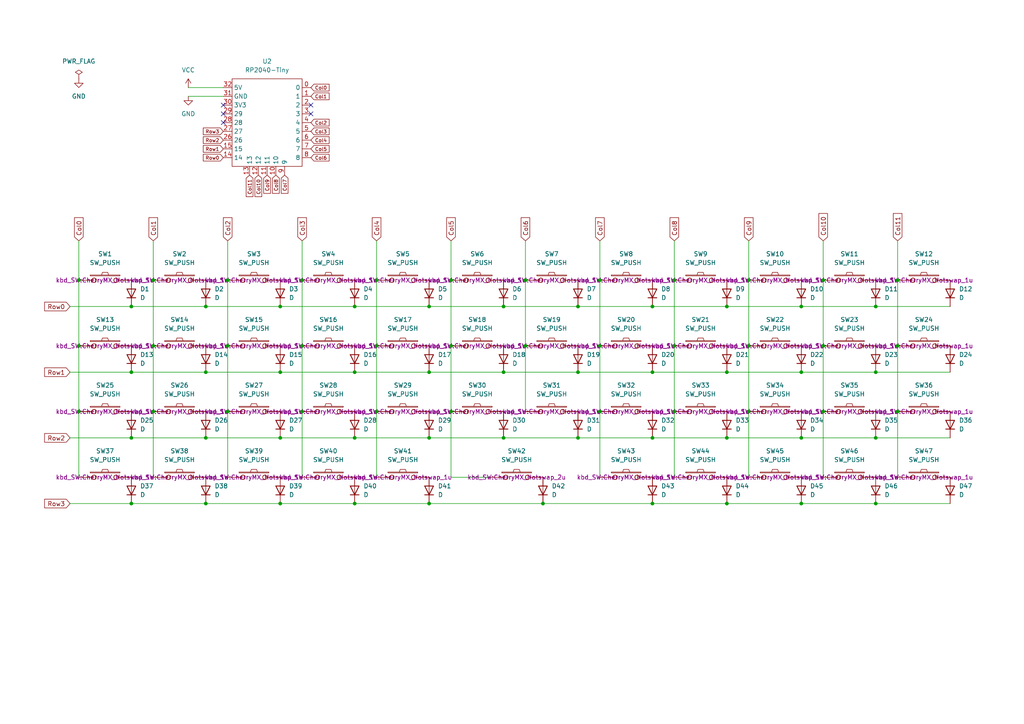
<source format=kicad_sch>
(kicad_sch (version 20250114) (generator "eeschema") (generator_version "9.0")
  (paper "A4")
  (lib_symbols
    (symbol "Device:D" (pin_numbers (hide yes)) (pin_names (offset 1.016) (hide yes))
      (property "Reference" "D" (at 0 2.54 0))
      (property "Value" "D" (at 0 -2.54 0))
      (symbol "D_0_1"
        (polyline (pts (xy -1.27 1.27) (xy -1.27 -1.27)) (stroke (width 0.254)))
        (polyline (pts (xy 1.27 1.27) (xy 1.27 -1.27) (xy -1.27 0) (xy 1.27 1.27)) (stroke (width 0.254)))
        (polyline (pts (xy 1.27 0) (xy -1.27 0)))
      )
      (symbol "D_1_1"
        (pin passive line (at -3.81 0 0) (length 2.54) (name "K") (number "1"))
        (pin passive line (at 3.81 0 180) (length 2.54) (name "A") (number "2"))
      )
    )
    (symbol "isw-mcu:RP2040-Zero"
      (property "Reference" "U" (at 0 17.78 0))
      (property "Value" "RP2040-Zero" (at 0 15.24 0))
      (symbol "RP2040-Zero_0_1"
        (rectangle (start -10.16 12.7) (end 10.16 -12.7))
      )
      (symbol "RP2040-Zero_1_1"
        (pin power_out line (at -12.7 10.16 0) (length 2.54) (name "5V") (number "32"))
        (pin power_in line (at -12.7 7.62 0) (length 2.54) (name "GND") (number "31"))
        (pin power_out line (at -12.7 5.08 0) (length 2.54) (name "3V3") (number "30"))
        (pin bidirectional line (at -12.7 2.54 0) (length 2.54) (name "29") (number "29"))
        (pin bidirectional line (at -12.7 0 0) (length 2.54) (name "28") (number "28"))
        (pin bidirectional line (at -12.7 -2.54 0) (length 2.54) (name "27") (number "27"))
        (pin bidirectional line (at -12.7 -5.08 0) (length 2.54) (name "26") (number "26"))
        (pin bidirectional line (at -12.7 -7.62 0) (length 2.54) (name "15") (number "15"))
        (pin bidirectional line (at -12.7 -10.16 0) (length 2.54) (name "14") (number "14"))
        (pin bidirectional line (at -5.08 -15.24 90) (length 2.54) (name "13") (number "13"))
        (pin bidirectional line (at -2.54 -15.24 90) (length 2.54) (name "12") (number "12"))
        (pin bidirectional line (at 0 -15.24 90) (length 2.54) (name "11") (number "11"))
        (pin bidirectional line (at 2.54 -15.24 90) (length 2.54) (name "10") (number "10"))
        (pin bidirectional line (at 5.08 -15.24 90) (length 2.54) (name "9") (number "9"))
        (pin tri_state line (at 12.7 10.16 180) (length 2.54) (name "0") (number "0"))
        (pin bidirectional line (at 12.7 7.62 180) (length 2.54) (name "1") (number "1"))
        (pin bidirectional line (at 12.7 5.08 180) (length 2.54) (name "2") (number "2"))
        (pin bidirectional line (at 12.7 2.54 180) (length 2.54) (name "3") (number "3"))
        (pin bidirectional line (at 12.7 0 180) (length 2.54) (name "4") (number "4"))
        (pin bidirectional line (at 12.7 -2.54 180) (length 2.54) (name "5") (number "5"))
        (pin bidirectional line (at 12.7 -5.08 180) (length 2.54) (name "6") (number "6"))
        (pin bidirectional line (at 12.7 -7.62 180) (length 2.54) (name "7") (number "7"))
        (pin bidirectional line (at 12.7 -10.16 180) (length 2.54) (name "8") (number "8"))
      )
    )
    (symbol "kbd:SW_PUSH" (pin_numbers (hide yes)) (pin_names (offset 1.016) (hide yes))
      (property "Reference" "SW" (at 3.81 2.794 0))
      (property "Value" "SW_PUSH" (at 0 -2.032 0))
      (symbol "SW_PUSH_0_1"
        (rectangle (start -4.318 1.27) (end 4.318 1.524))
        (polyline (pts (xy -1.016 1.524) (xy -0.762 2.286) (xy 0.762 2.286) (xy 1.016 1.524)))
        (pin passive inverted (at -7.62 0 0) (length 5.08) (name "1") (number "1"))
        (pin passive inverted (at 7.62 0 180) (length 5.08) (name "2") (number "2"))
      )
    )
    (symbol "power:GND" (power) (pin_numbers (hide yes)) (pin_names (offset 0) (hide yes))
      (property "Value" "GND" (at 0 -3.81 0))
      (symbol "GND_0_1"
        (polyline (pts (xy 0 0) (xy 0 -1.27) (xy 1.27 -1.27) (xy 0 -2.54) (xy -1.27 -1.27) (xy 0 -1.27)))
      )
      (symbol "GND_1_1"
        (pin power_in line (at 0 0 270) (length 0) (name "~") (number "1"))
      )
    )
    (symbol "power:PWR_FLAG" (power) (pin_numbers (hide yes)) (pin_names (offset 0) (hide yes))
      (property "Value" "PWR_FLAG" (at 0 3.81 0))
      (symbol "PWR_FLAG_0_0"
        (pin power_out line (at 0 0 90) (length 0) (name "~") (number "1"))
      )
      (symbol "PWR_FLAG_0_1"
        (polyline (pts (xy 0 0) (xy 0 1.27) (xy -1.016 1.905) (xy 0 2.54) (xy 1.016 1.905) (xy 0 1.27)))
      )
    )
    (symbol "power:VCC" (power) (pin_numbers (hide yes)) (pin_names (offset 0) (hide yes))
      (property "Value" "VCC" (at 0 3.556 0))
      (symbol "VCC_0_1"
        (polyline (pts (xy -0.762 1.27) (xy 0 2.54)))
        (polyline (pts (xy 0 2.54) (xy 0.762 1.27)))
        (polyline (pts (xy 0 0) (xy 0 2.54)))
      )
      (symbol "VCC_1_1"
        (pin power_in line (at 0 0 90) (length 0) (name "~") (number "1"))
      )
    )
  )
  (junction (at 210.82 146.05))
  (junction (at 152.4 100.33))
  (junction (at 87.63 81.28))
  (junction (at 102.87 107.95))
  (junction (at 130.81 81.28))
  (junction (at 195.58 100.33))
  (junction (at 157.48 146.05))
  (junction (at 44.45 100.33))
  (junction (at 59.69 146.05))
  (junction (at 146.05 107.95))
  (junction (at 238.76 81.28))
  (junction (at 238.76 100.33))
  (junction (at 232.41 107.95))
  (junction (at 124.46 107.95))
  (junction (at 22.86 81.28))
  (junction (at 81.28 88.9))
  (junction (at 124.46 146.05))
  (junction (at 189.23 88.9))
  (junction (at 124.46 127))
  (junction (at 102.87 88.9))
  (junction (at 167.64 88.9))
  (junction (at 238.76 119.38))
  (junction (at 130.81 119.38))
  (junction (at 81.28 127))
  (junction (at 59.69 127))
  (junction (at 217.17 81.28))
  (junction (at 44.45 119.38))
  (junction (at 217.17 100.33))
  (junction (at 232.41 127))
  (junction (at 146.05 127))
  (junction (at 254 127))
  (junction (at 22.86 100.33))
  (junction (at 210.82 127))
  (junction (at 195.58 81.28))
  (junction (at 232.41 88.9))
  (junction (at 38.1 107.95))
  (junction (at 81.28 107.95))
  (junction (at 173.99 81.28))
  (junction (at 38.1 127))
  (junction (at 254 88.9))
  (junction (at 66.04 81.28))
  (junction (at 173.99 100.33))
  (junction (at 87.63 119.38))
  (junction (at 189.23 127))
  (junction (at 146.05 88.9))
  (junction (at 102.87 146.05))
  (junction (at 87.63 100.33))
  (junction (at 38.1 146.05))
  (junction (at 109.22 119.38))
  (junction (at 66.04 119.38))
  (junction (at 189.23 146.05))
  (junction (at 66.04 100.33))
  (junction (at 210.82 88.9))
  (junction (at 59.69 88.9))
  (junction (at 81.28 146.05))
  (junction (at 167.64 127))
  (junction (at 109.22 100.33))
  (junction (at 217.17 119.38))
  (junction (at 254 107.95))
  (junction (at 167.64 107.95))
  (junction (at 152.4 81.28))
  (junction (at 254 146.05))
  (junction (at 260.35 119.38))
  (junction (at 102.87 127))
  (junction (at 130.81 100.33))
  (junction (at 173.99 119.38))
  (junction (at 109.22 81.28))
  (junction (at 210.82 107.95))
  (junction (at 22.86 119.38))
  (junction (at 260.35 100.33))
  (junction (at 232.41 146.05))
  (junction (at 124.46 88.9))
  (junction (at 195.58 119.38))
  (junction (at 38.1 88.9))
  (junction (at 59.69 107.95))
  (junction (at 44.45 81.28))
  (junction (at 260.35 81.28))
  (junction (at 189.23 107.95))
  (no_connect (at 64.77 30.48))
  (no_connect (at 64.77 35.56))
  (no_connect (at 90.17 33.02))
  (no_connect (at 64.77 33.02))
  (no_connect (at 90.17 30.48))
  (wire (pts (xy 238.76 81.28) (xy 238.76 100.33)))
  (wire (pts (xy 146.05 127) (xy 167.64 127)))
  (wire (pts (xy 189.23 107.95) (xy 210.82 107.95)))
  (wire (pts (xy 20.32 127) (xy 38.1 127)))
  (wire (pts (xy 66.04 100.33) (xy 66.04 119.38)))
  (wire (pts (xy 238.76 100.33) (xy 238.76 119.38)))
  (wire (pts (xy 102.87 88.9) (xy 124.46 88.9)))
  (wire (pts (xy 59.69 127) (xy 81.28 127)))
  (wire (pts (xy 238.76 69.85) (xy 238.76 81.28)))
  (wire (pts (xy 152.4 69.85) (xy 152.4 81.28)))
  (wire (pts (xy 38.1 88.9) (xy 59.69 88.9)))
  (wire (pts (xy 210.82 146.05) (xy 232.41 146.05)))
  (wire (pts (xy 146.05 107.95) (xy 167.64 107.95)))
  (wire (pts (xy 22.86 119.38) (xy 22.86 138.43)))
  (wire (pts (xy 87.63 69.85) (xy 87.63 81.28)))
  (wire (pts (xy 189.23 88.9) (xy 210.82 88.9)))
  (wire (pts (xy 102.87 107.95) (xy 124.46 107.95)))
  (wire (pts (xy 238.76 119.38) (xy 238.76 138.43)))
  (wire (pts (xy 146.05 88.9) (xy 167.64 88.9)))
  (wire (pts (xy 109.22 119.38) (xy 109.22 138.43)))
  (wire (pts (xy 38.1 107.95) (xy 59.69 107.95)))
  (wire (pts (xy 38.1 127) (xy 59.69 127)))
  (wire (pts (xy 109.22 81.28) (xy 109.22 100.33)))
  (wire (pts (xy 254 88.9) (xy 275.59 88.9)))
  (wire (pts (xy 44.45 100.33) (xy 44.45 119.38)))
  (wire (pts (xy 59.69 146.05) (xy 81.28 146.05)))
  (wire (pts (xy 38.1 146.05) (xy 59.69 146.05)))
  (wire (pts (xy 217.17 119.38) (xy 217.17 138.43)))
  (wire (pts (xy 87.63 119.38) (xy 87.63 138.43)))
  (wire (pts (xy 173.99 100.33) (xy 173.99 119.38)))
  (wire (pts (xy 130.81 81.28) (xy 130.81 100.33)))
  (wire (pts (xy 189.23 127) (xy 210.82 127)))
  (wire (pts (xy 232.41 107.95) (xy 254 107.95)))
  (wire (pts (xy 54.61 25.4) (xy 64.77 25.4)))
  (wire (pts (xy 232.41 146.05) (xy 254 146.05)))
  (wire (pts (xy 152.4 100.33) (xy 152.4 119.38)))
  (wire (pts (xy 66.04 69.85) (xy 66.04 81.28)))
  (wire (pts (xy 44.45 81.28) (xy 44.45 100.33)))
  (wire (pts (xy 254 107.95) (xy 275.59 107.95)))
  (wire (pts (xy 167.64 88.9) (xy 189.23 88.9)))
  (wire (pts (xy 232.41 127) (xy 254 127)))
  (wire (pts (xy 210.82 88.9) (xy 232.41 88.9)))
  (wire (pts (xy 254 146.05) (xy 275.59 146.05)))
  (wire (pts (xy 232.41 88.9) (xy 254 88.9)))
  (wire (pts (xy 124.46 107.95) (xy 146.05 107.95)))
  (wire (pts (xy 54.61 27.94) (xy 64.77 27.94)))
  (wire (pts (xy 81.28 146.05) (xy 102.87 146.05)))
  (wire (pts (xy 102.87 146.05) (xy 124.46 146.05)))
  (wire (pts (xy 167.64 127) (xy 189.23 127)))
  (wire (pts (xy 22.86 69.85) (xy 22.86 81.28)))
  (wire (pts (xy 20.32 88.9) (xy 38.1 88.9)))
  (wire (pts (xy 109.22 69.85) (xy 109.22 81.28)))
  (wire (pts (xy 173.99 81.28) (xy 173.99 100.33)))
  (wire (pts (xy 130.81 119.38) (xy 130.81 138.43)))
  (wire (pts (xy 59.69 107.95) (xy 81.28 107.95)))
  (wire (pts (xy 44.45 119.38) (xy 44.45 138.43)))
  (wire (pts (xy 195.58 119.38) (xy 195.58 138.43)))
  (wire (pts (xy 157.48 146.05) (xy 189.23 146.05)))
  (wire (pts (xy 20.32 146.05) (xy 38.1 146.05)))
  (wire (pts (xy 130.81 69.85) (xy 130.81 81.28)))
  (wire (pts (xy 44.45 69.85) (xy 44.45 81.28)))
  (wire (pts (xy 217.17 81.28) (xy 217.17 100.33)))
  (wire (pts (xy 189.23 146.05) (xy 210.82 146.05)))
  (wire (pts (xy 173.99 119.38) (xy 173.99 138.43)))
  (wire (pts (xy 217.17 69.85) (xy 217.17 81.28)))
  (wire (pts (xy 130.81 138.43) (xy 142.24 138.43)))
  (wire (pts (xy 66.04 81.28) (xy 66.04 100.33)))
  (wire (pts (xy 124.46 127) (xy 146.05 127)))
  (wire (pts (xy 210.82 107.95) (xy 232.41 107.95)))
  (wire (pts (xy 59.69 88.9) (xy 81.28 88.9)))
  (wire (pts (xy 87.63 81.28) (xy 87.63 100.33)))
  (wire (pts (xy 124.46 146.05) (xy 157.48 146.05)))
  (wire (pts (xy 22.86 81.28) (xy 22.86 100.33)))
  (wire (pts (xy 217.17 100.33) (xy 217.17 119.38)))
  (wire (pts (xy 260.35 100.33) (xy 260.35 119.38)))
  (wire (pts (xy 195.58 81.28) (xy 195.58 100.33)))
  (wire (pts (xy 81.28 127) (xy 102.87 127)))
  (wire (pts (xy 81.28 107.95) (xy 102.87 107.95)))
  (wire (pts (xy 260.35 81.28) (xy 260.35 100.33)))
  (wire (pts (xy 167.64 107.95) (xy 189.23 107.95)))
  (wire (pts (xy 173.99 69.85) (xy 173.99 81.28)))
  (wire (pts (xy 87.63 100.33) (xy 87.63 119.38)))
  (wire (pts (xy 22.86 100.33) (xy 22.86 119.38)))
  (wire (pts (xy 130.81 100.33) (xy 130.81 119.38)))
  (wire (pts (xy 210.82 127) (xy 232.41 127)))
  (wire (pts (xy 195.58 100.33) (xy 195.58 119.38)))
  (wire (pts (xy 260.35 69.85) (xy 260.35 81.28)))
  (wire (pts (xy 102.87 127) (xy 124.46 127)))
  (wire (pts (xy 254 127) (xy 275.59 127)))
  (wire (pts (xy 152.4 81.28) (xy 152.4 100.33)))
  (wire (pts (xy 195.58 69.85) (xy 195.58 81.28)))
  (wire (pts (xy 124.46 88.9) (xy 146.05 88.9)))
  (wire (pts (xy 20.32 107.95) (xy 38.1 107.95)))
  (wire (pts (xy 66.04 119.38) (xy 66.04 138.43)))
  (wire (pts (xy 109.22 100.33) (xy 109.22 119.38)))
  (wire (pts (xy 81.28 88.9) (xy 102.87 88.9)))
  (wire (pts (xy 260.35 119.38) (xy 260.35 138.43)))
  (global_label "Col11" (shape input) (at 72.39 50.8 270) (effects (font (size 1 1))) (property "Intersheetrefs" "${INTERSHEET_REFS}" (effects (hide yes))))
  (global_label "Row3" (shape input) (at 20.32 146.05 180) (property "Intersheetrefs" "${INTERSHEET_REFS}" (effects (hide yes))))
  (global_label "Col6" (shape input) (at 152.4 69.85 90) (property "Intersheetrefs" "${INTERSHEET_REFS}" (effects (hide yes))))
  (global_label "Col0" (shape input) (at 22.86 69.85 90) (property "Intersheetrefs" "${INTERSHEET_REFS}" (effects (hide yes))))
  (global_label "Col5" (shape input) (at 130.81 69.85 90) (property "Intersheetrefs" "${INTERSHEET_REFS}" (effects (hide yes))))
  (global_label "Col3" (shape input) (at 87.63 69.85 90) (property "Intersheetrefs" "${INTERSHEET_REFS}" (effects (hide yes))))
  (global_label "Col4" (shape input) (at 109.22 69.85 90) (property "Intersheetrefs" "${INTERSHEET_REFS}" (effects (hide yes))))
  (global_label "Col10" (shape input) (at 238.76 69.85 90) (property "Intersheetrefs" "${INTERSHEET_REFS}" (effects (hide yes))))
  (global_label "Col11" (shape input) (at 260.35 69.85 90) (property "Intersheetrefs" "${INTERSHEET_REFS}" (effects (hide yes))))
  (global_label "Col6" (shape input) (at 90.17 45.72 0) (effects (font (size 1 1))) (property "Intersheetrefs" "${INTERSHEET_REFS}" (effects (hide yes))))
  (global_label "Row1" (shape input) (at 64.77 43.18 180) (effects (font (size 1 1))) (property "Intersheetrefs" "${INTERSHEET_REFS}" (effects (hide yes))))
  (global_label "Col9" (shape input) (at 217.17 69.85 90) (property "Intersheetrefs" "${INTERSHEET_REFS}" (effects (hide yes))))
  (global_label "Col4" (shape input) (at 90.17 40.64 0) (effects (font (size 1 1))) (property "Intersheetrefs" "${INTERSHEET_REFS}" (effects (hide yes))))
  (global_label "Col0" (shape input) (at 90.17 25.4 0) (effects (font (size 1 1))) (property "Intersheetrefs" "${INTERSHEET_REFS}" (effects (hide yes))))
  (global_label "Col8" (shape input) (at 80.01 50.8 270) (effects (font (size 1 1))) (property "Intersheetrefs" "${INTERSHEET_REFS}" (effects (hide yes))))
  (global_label "Col2" (shape input) (at 90.17 35.56 0) (effects (font (size 1 1))) (property "Intersheetrefs" "${INTERSHEET_REFS}" (effects (hide yes))))
  (global_label "Col1" (shape input) (at 44.45 69.85 90) (property "Intersheetrefs" "${INTERSHEET_REFS}" (effects (hide yes))))
  (global_label "Col8" (shape input) (at 195.58 69.85 90) (property "Intersheetrefs" "${INTERSHEET_REFS}" (effects (hide yes))))
  (global_label "Col2" (shape input) (at 66.04 69.85 90) (property "Intersheetrefs" "${INTERSHEET_REFS}" (effects (hide yes))))
  (global_label "Col10" (shape input) (at 74.93 50.8 270) (effects (font (size 1 1))) (property "Intersheetrefs" "${INTERSHEET_REFS}" (effects (hide yes))))
  (global_label "Col7" (shape input) (at 82.55 50.8 270) (effects (font (size 1 1))) (property "Intersheetrefs" "${INTERSHEET_REFS}" (effects (hide yes))))
  (global_label "Row0" (shape input) (at 20.32 88.9 180) (property "Intersheetrefs" "${INTERSHEET_REFS}" (effects (hide yes))))
  (global_label "Row3" (shape input) (at 64.77 38.1 180) (effects (font (size 1 1))) (property "Intersheetrefs" "${INTERSHEET_REFS}" (effects (hide yes))))
  (global_label "Row0" (shape input) (at 64.77 45.72 180) (effects (font (size 1 1))) (property "Intersheetrefs" "${INTERSHEET_REFS}" (effects (hide yes))))
  (global_label "Row2" (shape input) (at 64.77 40.64 180) (effects (font (size 1 1))) (property "Intersheetrefs" "${INTERSHEET_REFS}" (effects (hide yes))))
  (global_label "Col3" (shape input) (at 90.17 38.1 0) (effects (font (size 1 1))) (property "Intersheetrefs" "${INTERSHEET_REFS}" (effects (hide yes))))
  (global_label "Col5" (shape input) (at 90.17 43.18 0) (effects (font (size 1 1))) (property "Intersheetrefs" "${INTERSHEET_REFS}" (effects (hide yes))))
  (global_label "Row2" (shape input) (at 20.32 127 180) (property "Intersheetrefs" "${INTERSHEET_REFS}" (effects (hide yes))))
  (global_label "Col7" (shape input) (at 173.99 69.85 90) (property "Intersheetrefs" "${INTERSHEET_REFS}" (effects (hide yes))))
  (global_label "Col1" (shape input) (at 90.17 27.94 0) (effects (font (size 1 1))) (property "Intersheetrefs" "${INTERSHEET_REFS}" (effects (hide yes))))
  (global_label "Col9" (shape input) (at 77.47 50.8 270) (effects (font (size 1 1))) (property "Intersheetrefs" "${INTERSHEET_REFS}" (effects (hide yes))))
  (global_label "Row1" (shape input) (at 20.32 107.95 180) (property "Intersheetrefs" "${INTERSHEET_REFS}" (effects (hide yes))))
  (symbol (lib_id "kbd:SW_PUSH") (at 267.97 138.43 0) (unit 1)
    (property "Reference" "SW47" (at 267.97 130.81 0))
    (property "Value" "SW_PUSH" (at 267.97 133.35 0))
    (property "Footprint" "kbd_SW:CherryMX_Hotswap_1u" (at 267.97 138.43 0))
  )
  (symbol (lib_id "kbd:SW_PUSH") (at 73.66 119.38 0) (unit 1)
    (property "Reference" "SW27" (at 73.66 111.76 0))
    (property "Value" "SW_PUSH" (at 73.66 114.3 0))
    (property "Footprint" "kbd_SW:CherryMX_Hotswap_1u" (at 73.66 119.38 0))
  )
  (symbol (lib_id "Device:D") (at 210.82 123.19 90) (unit 1)
    (property "Reference" "D33" (at 213.36 121.9199 90) (effects (justify right)))
    (property "Value" "D" (at 213.36 124.4599 90) (effects (justify right)))
    (property "Footprint" "kbd_Parts:Diode_TH_SMD" (effects (hide yes)))
    (property "Description" "Diode" (effects (hide yes)))
    (property "Sim.Device" "D" (effects (hide yes)))
    (property "Sim.Pins" "1=K 2=A" (effects (hide yes)))
  )
  (symbol (lib_id "Device:D") (at 189.23 123.19 90) (unit 1)
    (property "Reference" "D32" (at 191.77 121.9199 90) (effects (justify right)))
    (property "Value" "D" (at 191.77 124.4599 90) (effects (justify right)))
    (property "Footprint" "kbd_Parts:Diode_TH_SMD" (effects (hide yes)))
    (property "Description" "Diode" (effects (hide yes)))
    (property "Sim.Device" "D" (effects (hide yes)))
    (property "Sim.Pins" "1=K 2=A" (effects (hide yes)))
  )
  (symbol (lib_id "kbd:SW_PUSH") (at 224.79 81.28 0) (unit 1)
    (property "Reference" "SW10" (at 224.79 73.66 0))
    (property "Value" "SW_PUSH" (at 224.79 76.2 0))
    (property "Footprint" "kbd_SW:CherryMX_Hotswap_1u" (at 224.79 81.28 0))
  )
  (symbol (lib_id "Device:D") (at 102.87 142.24 90) (unit 1)
    (property "Reference" "D40" (at 105.41 140.9699 90) (effects (justify right)))
    (property "Value" "D" (at 105.41 143.5099 90) (effects (justify right)))
    (property "Footprint" "kbd_Parts:Diode_TH_SMD" (effects (hide yes)))
    (property "Description" "Diode" (effects (hide yes)))
    (property "Sim.Device" "D" (effects (hide yes)))
    (property "Sim.Pins" "1=K 2=A" (effects (hide yes)))
  )
  (symbol (lib_id "Device:D") (at 38.1 104.14 90) (unit 1)
    (property "Reference" "D13" (at 40.64 102.8699 90) (effects (justify right)))
    (property "Value" "D" (at 40.64 105.4099 90) (effects (justify right)))
    (property "Footprint" "kbd_Parts:Diode_TH_SMD" (effects (hide yes)))
    (property "Description" "Diode" (effects (hide yes)))
    (property "Sim.Device" "D" (effects (hide yes)))
    (property "Sim.Pins" "1=K 2=A" (effects (hide yes)))
  )
  (symbol (lib_id "Device:D") (at 254 85.09 90) (unit 1)
    (property "Reference" "D11" (at 256.54 83.8199 90) (effects (justify right)))
    (property "Value" "D" (at 256.54 86.3599 90) (effects (justify right)))
    (property "Footprint" "kbd_Parts:Diode_TH_SMD" (effects (hide yes)))
    (property "Description" "Diode" (effects (hide yes)))
    (property "Sim.Device" "D" (effects (hide yes)))
    (property "Sim.Pins" "1=K 2=A" (effects (hide yes)))
  )
  (symbol (lib_id "kbd:SW_PUSH") (at 246.38 81.28 0) (unit 1)
    (property "Reference" "SW11" (at 246.38 73.66 0))
    (property "Value" "SW_PUSH" (at 246.38 76.2 0))
    (property "Footprint" "kbd_SW:CherryMX_Hotswap_1u" (at 246.38 81.28 0))
  )
  (symbol (lib_id "Device:D") (at 275.59 85.09 90) (unit 1)
    (property "Reference" "D12" (at 278.13 83.8199 90) (effects (justify right)))
    (property "Value" "D" (at 278.13 86.3599 90) (effects (justify right)))
    (property "Footprint" "kbd_Parts:Diode_TH_SMD" (effects (hide yes)))
    (property "Description" "Diode" (effects (hide yes)))
    (property "Sim.Device" "D" (effects (hide yes)))
    (property "Sim.Pins" "1=K 2=A" (effects (hide yes)))
  )
  (symbol (lib_id "Device:D") (at 102.87 104.14 90) (unit 1)
    (property "Reference" "D16" (at 105.41 102.8699 90) (effects (justify right)))
    (property "Value" "D" (at 105.41 105.4099 90) (effects (justify right)))
    (property "Footprint" "kbd_Parts:Diode_TH_SMD" (effects (hide yes)))
    (property "Description" "Diode" (effects (hide yes)))
    (property "Sim.Device" "D" (effects (hide yes)))
    (property "Sim.Pins" "1=K 2=A" (effects (hide yes)))
  )
  (symbol (lib_id "kbd:SW_PUSH") (at 224.79 100.33 0) (unit 1)
    (property "Reference" "SW22" (at 224.79 92.71 0))
    (property "Value" "SW_PUSH" (at 224.79 95.25 0))
    (property "Footprint" "kbd_SW:CherryMX_Hotswap_1u" (at 224.79 100.33 0))
  )
  (symbol (lib_id "kbd:SW_PUSH") (at 116.84 81.28 0) (unit 1)
    (property "Reference" "SW5" (at 116.84 73.66 0))
    (property "Value" "SW_PUSH" (at 116.84 76.2 0))
    (property "Footprint" "kbd_SW:CherryMX_Hotswap_1u" (at 116.84 81.28 0))
  )
  (symbol (lib_id "kbd:SW_PUSH") (at 116.84 100.33 0) (unit 1)
    (property "Reference" "SW17" (at 116.84 92.71 0))
    (property "Value" "SW_PUSH" (at 116.84 95.25 0))
    (property "Footprint" "kbd_SW:CherryMX_Hotswap_1u" (at 116.84 100.33 0))
  )
  (symbol (lib_id "Device:D") (at 254 142.24 90) (unit 1)
    (property "Reference" "D46" (at 256.54 140.9699 90) (effects (justify right)))
    (property "Value" "D" (at 256.54 143.5099 90) (effects (justify right)))
    (property "Footprint" "kbd_Parts:Diode_TH_SMD" (effects (hide yes)))
    (property "Description" "Diode" (effects (hide yes)))
    (property "Sim.Device" "D" (effects (hide yes)))
    (property "Sim.Pins" "1=K 2=A" (effects (hide yes)))
  )
  (symbol (lib_id "Device:D") (at 232.41 85.09 90) (unit 1)
    (property "Reference" "D10" (at 234.95 83.8199 90) (effects (justify right)))
    (property "Value" "D" (at 234.95 86.3599 90) (effects (justify right)))
    (property "Footprint" "kbd_Parts:Diode_TH_SMD" (effects (hide yes)))
    (property "Description" "Diode" (effects (hide yes)))
    (property "Sim.Device" "D" (effects (hide yes)))
    (property "Sim.Pins" "1=K 2=A" (effects (hide yes)))
  )
  (symbol (lib_id "Device:D") (at 157.48 142.24 90) (unit 1)
    (property "Reference" "D42" (at 160.02 140.9699 90) (effects (justify right)))
    (property "Value" "D" (at 160.02 143.5099 90) (effects (justify right)))
    (property "Footprint" "kbd_Parts:Diode_TH_SMD" (effects (hide yes)))
    (property "Description" "Diode" (effects (hide yes)))
    (property "Sim.Device" "D" (effects (hide yes)))
    (property "Sim.Pins" "1=K 2=A" (effects (hide yes)))
  )
  (symbol (lib_id "Device:D") (at 81.28 123.19 90) (unit 1)
    (property "Reference" "D27" (at 83.82 121.9199 90) (effects (justify right)))
    (property "Value" "D" (at 83.82 124.4599 90) (effects (justify right)))
    (property "Footprint" "kbd_Parts:Diode_TH_SMD" (effects (hide yes)))
    (property "Description" "Diode" (effects (hide yes)))
    (property "Sim.Device" "D" (effects (hide yes)))
    (property "Sim.Pins" "1=K 2=A" (effects (hide yes)))
  )
  (symbol (lib_id "kbd:SW_PUSH") (at 181.61 138.43 0) (unit 1)
    (property "Reference" "SW43" (at 181.61 130.81 0))
    (property "Value" "SW_PUSH" (at 181.61 133.35 0))
    (property "Footprint" "kbd_SW:CherryMX_Hotswap_1u" (at 181.61 138.43 0))
  )
  (symbol (lib_id "Device:D") (at 59.69 85.09 90) (unit 1)
    (property "Reference" "D2" (at 62.23 83.8199 90) (effects (justify right)))
    (property "Value" "D" (at 62.23 86.3599 90) (effects (justify right)))
    (property "Footprint" "kbd_Parts:Diode_TH_SMD" (effects (hide yes)))
    (property "Description" "Diode" (effects (hide yes)))
    (property "Sim.Device" "D" (effects (hide yes)))
    (property "Sim.Pins" "1=K 2=A" (effects (hide yes)))
  )
  (symbol (lib_id "kbd:SW_PUSH") (at 203.2 81.28 0) (unit 1)
    (property "Reference" "SW9" (at 203.2 73.66 0))
    (property "Value" "SW_PUSH" (at 203.2 76.2 0))
    (property "Footprint" "kbd_SW:CherryMX_Hotswap_1u" (at 203.2 81.28 0))
  )
  (symbol (lib_id "Device:D") (at 59.69 142.24 90) (unit 1)
    (property "Reference" "D38" (at 62.23 140.9699 90) (effects (justify right)))
    (property "Value" "D" (at 62.23 143.5099 90) (effects (justify right)))
    (property "Footprint" "kbd_Parts:Diode_TH_SMD" (effects (hide yes)))
    (property "Description" "Diode" (effects (hide yes)))
    (property "Sim.Device" "D" (effects (hide yes)))
    (property "Sim.Pins" "1=K 2=A" (effects (hide yes)))
  )
  (symbol (lib_id "kbd:SW_PUSH") (at 246.38 138.43 0) (unit 1)
    (property "Reference" "SW46" (at 246.38 130.81 0))
    (property "Value" "SW_PUSH" (at 246.38 133.35 0))
    (property "Footprint" "kbd_SW:CherryMX_Hotswap_1u" (at 246.38 138.43 0))
  )
  (symbol (lib_id "kbd:SW_PUSH") (at 203.2 138.43 0) (unit 1)
    (property "Reference" "SW44" (at 203.2 130.81 0))
    (property "Value" "SW_PUSH" (at 203.2 133.35 0))
    (property "Footprint" "kbd_SW:CherryMX_Hotswap_1u" (at 203.2 138.43 0))
  )
  (symbol (lib_id "kbd:SW_PUSH") (at 160.02 119.38 0) (unit 1)
    (property "Reference" "SW31" (at 160.02 111.76 0))
    (property "Value" "SW_PUSH" (at 160.02 114.3 0))
    (property "Footprint" "kbd_SW:CherryMX_Hotswap_1u" (at 160.02 119.38 0))
  )
  (symbol (lib_id "Device:D") (at 59.69 104.14 90) (unit 1)
    (property "Reference" "D14" (at 62.23 102.8699 90) (effects (justify right)))
    (property "Value" "D" (at 62.23 105.4099 90) (effects (justify right)))
    (property "Footprint" "kbd_Parts:Diode_TH_SMD" (effects (hide yes)))
    (property "Description" "Diode" (effects (hide yes)))
    (property "Sim.Device" "D" (effects (hide yes)))
    (property "Sim.Pins" "1=K 2=A" (effects (hide yes)))
  )
  (symbol (lib_id "Device:D") (at 102.87 85.09 90) (unit 1)
    (property "Reference" "D4" (at 105.41 83.8199 90) (effects (justify right)))
    (property "Value" "D" (at 105.41 86.3599 90) (effects (justify right)))
    (property "Footprint" "kbd_Parts:Diode_TH_SMD" (effects (hide yes)))
    (property "Description" "Diode" (effects (hide yes)))
    (property "Sim.Device" "D" (effects (hide yes)))
    (property "Sim.Pins" "1=K 2=A" (effects (hide yes)))
  )
  (symbol (lib_id "kbd:SW_PUSH") (at 73.66 138.43 0) (unit 1)
    (property "Reference" "SW39" (at 73.66 130.81 0))
    (property "Value" "SW_PUSH" (at 73.66 133.35 0))
    (property "Footprint" "kbd_SW:CherryMX_Hotswap_1u" (at 73.66 138.43 0))
  )
  (symbol (lib_id "kbd:SW_PUSH") (at 30.48 81.28 0) (unit 1)
    (property "Reference" "SW1" (at 30.48 73.66 0))
    (property "Value" "SW_PUSH" (at 30.48 76.2 0))
    (property "Footprint" "kbd_SW:CherryMX_Hotswap_1u" (at 30.48 81.28 0))
  )
  (symbol (lib_id "Device:D") (at 38.1 85.09 90) (unit 1)
    (property "Reference" "D1" (at 40.64 83.8199 90) (effects (justify right)))
    (property "Value" "D" (at 40.64 86.3599 90) (effects (justify right)))
    (property "Footprint" "kbd_Parts:Diode_TH_SMD" (effects (hide yes)))
    (property "Description" "Diode" (effects (hide yes)))
    (property "Sim.Device" "D" (effects (hide yes)))
    (property "Sim.Pins" "1=K 2=A" (effects (hide yes)))
  )
  (symbol (lib_id "kbd:SW_PUSH") (at 95.25 138.43 0) (unit 1)
    (property "Reference" "SW40" (at 95.25 130.81 0))
    (property "Value" "SW_PUSH" (at 95.25 133.35 0))
    (property "Footprint" "kbd_SW:CherryMX_Hotswap_1u" (at 95.25 138.43 0))
  )
  (symbol (lib_id "Device:D") (at 167.64 104.14 90) (unit 1)
    (property "Reference" "D19" (at 170.18 102.8699 90) (effects (justify right)))
    (property "Value" "D" (at 170.18 105.4099 90) (effects (justify right)))
    (property "Footprint" "kbd_Parts:Diode_TH_SMD" (effects (hide yes)))
    (property "Description" "Diode" (effects (hide yes)))
    (property "Sim.Device" "D" (effects (hide yes)))
    (property "Sim.Pins" "1=K 2=A" (effects (hide yes)))
  )
  (symbol (lib_id "kbd:SW_PUSH") (at 160.02 81.28 0) (unit 1)
    (property "Reference" "SW7" (at 160.02 73.66 0))
    (property "Value" "SW_PUSH" (at 160.02 76.2 0))
    (property "Footprint" "kbd_SW:CherryMX_Hotswap_1u" (at 160.02 81.28 0))
  )
  (symbol (lib_id "kbd:SW_PUSH") (at 52.07 138.43 0) (unit 1)
    (property "Reference" "SW38" (at 52.07 130.81 0))
    (property "Value" "SW_PUSH" (at 52.07 133.35 0))
    (property "Footprint" "kbd_SW:CherryMX_Hotswap_1u" (at 52.07 138.43 0))
  )
  (symbol (lib_id "kbd:SW_PUSH") (at 267.97 100.33 0) (unit 1)
    (property "Reference" "SW24" (at 267.97 92.71 0))
    (property "Value" "SW_PUSH" (at 267.97 95.25 0))
    (property "Footprint" "kbd_SW:CherryMX_Hotswap_1u" (at 267.97 100.33 0))
  )
  (symbol (lib_id "Device:D") (at 38.1 142.24 90) (unit 1)
    (property "Reference" "D37" (at 40.64 140.9699 90) (effects (justify right)))
    (property "Value" "D" (at 40.64 143.5099 90) (effects (justify right)))
    (property "Footprint" "kbd_Parts:Diode_TH_SMD" (effects (hide yes)))
    (property "Description" "Diode" (effects (hide yes)))
    (property "Sim.Device" "D" (effects (hide yes)))
    (property "Sim.Pins" "1=K 2=A" (effects (hide yes)))
  )
  (symbol (lib_id "Device:D") (at 167.64 85.09 90) (unit 1)
    (property "Reference" "D7" (at 170.18 83.8199 90) (effects (justify right)))
    (property "Value" "D" (at 170.18 86.3599 90) (effects (justify right)))
    (property "Footprint" "kbd_Parts:Diode_TH_SMD" (effects (hide yes)))
    (property "Description" "Diode" (effects (hide yes)))
    (property "Sim.Device" "D" (effects (hide yes)))
    (property "Sim.Pins" "1=K 2=A" (effects (hide yes)))
  )
  (symbol (lib_id "kbd:SW_PUSH") (at 73.66 100.33 0) (unit 1)
    (property "Reference" "SW15" (at 73.66 92.71 0))
    (property "Value" "SW_PUSH" (at 73.66 95.25 0))
    (property "Footprint" "kbd_SW:CherryMX_Hotswap_1u" (at 73.66 100.33 0))
  )
  (symbol (lib_id "Device:D") (at 124.46 142.24 90) (unit 1)
    (property "Reference" "D41" (at 127 140.9699 90) (effects (justify right)))
    (property "Value" "D" (at 127 143.5099 90) (effects (justify right)))
    (property "Footprint" "kbd_Parts:Diode_TH_SMD" (effects (hide yes)))
    (property "Description" "Diode" (effects (hide yes)))
    (property "Sim.Device" "D" (effects (hide yes)))
    (property "Sim.Pins" "1=K 2=A" (effects (hide yes)))
  )
  (symbol (lib_id "kbd:SW_PUSH") (at 138.43 119.38 0) (unit 1)
    (property "Reference" "SW30" (at 138.43 111.76 0))
    (property "Value" "SW_PUSH" (at 138.43 114.3 0))
    (property "Footprint" "kbd_SW:CherryMX_Hotswap_1u" (at 138.43 119.38 0))
  )
  (symbol (lib_id "Device:D") (at 81.28 142.24 90) (unit 1)
    (property "Reference" "D39" (at 83.82 140.9699 90) (effects (justify right)))
    (property "Value" "D" (at 83.82 143.5099 90) (effects (justify right)))
    (property "Footprint" "kbd_Parts:Diode_TH_SMD" (effects (hide yes)))
    (property "Description" "Diode" (effects (hide yes)))
    (property "Sim.Device" "D" (effects (hide yes)))
    (property "Sim.Pins" "1=K 2=A" (effects (hide yes)))
  )
  (symbol (lib_id "Device:D") (at 81.28 85.09 90) (unit 1)
    (property "Reference" "D3" (at 83.82 83.8199 90) (effects (justify right)))
    (property "Value" "D" (at 83.82 86.3599 90) (effects (justify right)))
    (property "Footprint" "kbd_Parts:Diode_TH_SMD" (effects (hide yes)))
    (property "Description" "Diode" (effects (hide yes)))
    (property "Sim.Device" "D" (effects (hide yes)))
    (property "Sim.Pins" "1=K 2=A" (effects (hide yes)))
  )
  (symbol (lib_id "kbd:SW_PUSH") (at 181.61 100.33 0) (unit 1)
    (property "Reference" "SW20" (at 181.61 92.71 0))
    (property "Value" "SW_PUSH" (at 181.61 95.25 0))
    (property "Footprint" "kbd_SW:CherryMX_Hotswap_1u" (at 181.61 100.33 0))
  )
  (symbol (lib_id "Device:D") (at 146.05 85.09 90) (unit 1)
    (property "Reference" "D6" (at 148.59 83.8199 90) (effects (justify right)))
    (property "Value" "D" (at 148.59 86.3599 90) (effects (justify right)))
    (property "Footprint" "kbd_Parts:Diode_TH_SMD" (effects (hide yes)))
    (property "Description" "Diode" (effects (hide yes)))
    (property "Sim.Device" "D" (effects (hide yes)))
    (property "Sim.Pins" "1=K 2=A" (effects (hide yes)))
  )
  (symbol (lib_id "Device:D") (at 124.46 104.14 90) (unit 1)
    (property "Reference" "D17" (at 127 102.8699 90) (effects (justify right)))
    (property "Value" "D" (at 127 105.4099 90) (effects (justify right)))
    (property "Footprint" "kbd_Parts:Diode_TH_SMD" (effects (hide yes)))
    (property "Description" "Diode" (effects (hide yes)))
    (property "Sim.Device" "D" (effects (hide yes)))
    (property "Sim.Pins" "1=K 2=A" (effects (hide yes)))
  )
  (symbol (lib_id "kbd:SW_PUSH") (at 30.48 138.43 0) (unit 1)
    (property "Reference" "SW37" (at 30.48 130.81 0))
    (property "Value" "SW_PUSH" (at 30.48 133.35 0))
    (property "Footprint" "kbd_SW:CherryMX_Hotswap_1u" (at 30.48 138.43 0))
  )
  (symbol (lib_id "Device:D") (at 189.23 142.24 90) (unit 1)
    (property "Reference" "D43" (at 191.77 140.9699 90) (effects (justify right)))
    (property "Value" "D" (at 191.77 143.5099 90) (effects (justify right)))
    (property "Footprint" "kbd_Parts:Diode_TH_SMD" (effects (hide yes)))
    (property "Description" "Diode" (effects (hide yes)))
    (property "Sim.Device" "D" (effects (hide yes)))
    (property "Sim.Pins" "1=K 2=A" (effects (hide yes)))
  )
  (symbol (lib_id "kbd:SW_PUSH") (at 246.38 119.38 0) (unit 1)
    (property "Reference" "SW35" (at 246.38 111.76 0))
    (property "Value" "SW_PUSH" (at 246.38 114.3 0))
    (property "Footprint" "kbd_SW:CherryMX_Hotswap_1u" (at 246.38 119.38 0))
  )
  (symbol (lib_id "Device:D") (at 275.59 142.24 90) (unit 1)
    (property "Reference" "D47" (at 278.13 140.9699 90) (effects (justify right)))
    (property "Value" "D" (at 278.13 143.5099 90) (effects (justify right)))
    (property "Footprint" "kbd_Parts:Diode_TH_SMD" (effects (hide yes)))
    (property "Description" "Diode" (effects (hide yes)))
    (property "Sim.Device" "D" (effects (hide yes)))
    (property "Sim.Pins" "1=K 2=A" (effects (hide yes)))
  )
  (symbol (lib_id "Device:D") (at 146.05 104.14 90) (unit 1)
    (property "Reference" "D18" (at 148.59 102.8699 90) (effects (justify right)))
    (property "Value" "D" (at 148.59 105.4099 90) (effects (justify right)))
    (property "Footprint" "kbd_Parts:Diode_TH_SMD" (effects (hide yes)))
    (property "Description" "Diode" (effects (hide yes)))
    (property "Sim.Device" "D" (effects (hide yes)))
    (property "Sim.Pins" "1=K 2=A" (effects (hide yes)))
  )
  (symbol (lib_id "Device:D") (at 102.87 123.19 90) (unit 1)
    (property "Reference" "D28" (at 105.41 121.9199 90) (effects (justify right)))
    (property "Value" "D" (at 105.41 124.4599 90) (effects (justify right)))
    (property "Footprint" "kbd_Parts:Diode_TH_SMD" (effects (hide yes)))
    (property "Description" "Diode" (effects (hide yes)))
    (property "Sim.Device" "D" (effects (hide yes)))
    (property "Sim.Pins" "1=K 2=A" (effects (hide yes)))
  )
  (symbol (lib_id "Device:D") (at 189.23 85.09 90) (unit 1)
    (property "Reference" "D8" (at 191.77 83.8199 90) (effects (justify right)))
    (property "Value" "D" (at 191.77 86.3599 90) (effects (justify right)))
    (property "Footprint" "kbd_Parts:Diode_TH_SMD" (effects (hide yes)))
    (property "Description" "Diode" (effects (hide yes)))
    (property "Sim.Device" "D" (effects (hide yes)))
    (property "Sim.Pins" "1=K 2=A" (effects (hide yes)))
  )
  (symbol (lib_id "Device:D") (at 275.59 123.19 90) (unit 1)
    (property "Reference" "D36" (at 278.13 121.9199 90) (effects (justify right)))
    (property "Value" "D" (at 278.13 124.4599 90) (effects (justify right)))
    (property "Footprint" "kbd_Parts:Diode_TH_SMD" (effects (hide yes)))
    (property "Description" "Diode" (effects (hide yes)))
    (property "Sim.Device" "D" (effects (hide yes)))
    (property "Sim.Pins" "1=K 2=A" (effects (hide yes)))
  )
  (symbol (lib_id "Device:D") (at 146.05 123.19 90) (unit 1)
    (property "Reference" "D30" (at 148.59 121.9199 90) (effects (justify right)))
    (property "Value" "D" (at 148.59 124.4599 90) (effects (justify right)))
    (property "Footprint" "kbd_Parts:Diode_TH_SMD" (effects (hide yes)))
    (property "Description" "Diode" (effects (hide yes)))
    (property "Sim.Device" "D" (effects (hide yes)))
    (property "Sim.Pins" "1=K 2=A" (effects (hide yes)))
  )
  (symbol (lib_id "power:PWR_FLAG") (at 22.86 22.86 0) (unit 1)
    (property "Reference" "#FLG01" (effects (hide yes)))
    (property "Value" "PWR_FLAG" (at 22.86 17.78 0))
    (property "Description" "Special symbol for telling ERC where power comes from" (effects (hide yes)))
  )
  (symbol (lib_id "kbd:SW_PUSH") (at 181.61 119.38 0) (unit 1)
    (property "Reference" "SW32" (at 181.61 111.76 0))
    (property "Value" "SW_PUSH" (at 181.61 114.3 0))
    (property "Footprint" "kbd_SW:CherryMX_Hotswap_1u" (at 181.61 119.38 0))
  )
  (symbol (lib_id "Device:D") (at 210.82 85.09 90) (unit 1)
    (property "Reference" "D9" (at 213.36 83.8199 90) (effects (justify right)))
    (property "Value" "D" (at 213.36 86.3599 90) (effects (justify right)))
    (property "Footprint" "kbd_Parts:Diode_TH_SMD" (effects (hide yes)))
    (property "Description" "Diode" (effects (hide yes)))
    (property "Sim.Device" "D" (effects (hide yes)))
    (property "Sim.Pins" "1=K 2=A" (effects (hide yes)))
  )
  (symbol (lib_id "isw-mcu:RP2040-Zero") (at 77.47 35.56 0) (unit 1)
    (property "Reference" "U2" (at 77.47 17.78 0))
    (property "Value" "RP2040-Tiny" (at 77.47 20.32 0))
    (property "Footprint" "rhyn-ow:RP2040-Zero" (effects (hide yes)))
  )
  (symbol (lib_id "kbd:SW_PUSH") (at 95.25 81.28 0) (unit 1)
    (property "Reference" "SW4" (at 95.25 73.66 0))
    (property "Value" "SW_PUSH" (at 95.25 76.2 0))
    (property "Footprint" "kbd_SW:CherryMX_Hotswap_1u" (at 95.25 81.28 0))
  )
  (symbol (lib_id "kbd:SW_PUSH") (at 138.43 81.28 0) (unit 1)
    (property "Reference" "SW6" (at 138.43 73.66 0))
    (property "Value" "SW_PUSH" (at 138.43 76.2 0))
    (property "Footprint" "kbd_SW:CherryMX_Hotswap_1u" (at 138.43 81.28 0))
  )
  (symbol (lib_id "Device:D") (at 210.82 142.24 90) (unit 1)
    (property "Reference" "D44" (at 213.36 140.9699 90) (effects (justify right)))
    (property "Value" "D" (at 213.36 143.5099 90) (effects (justify right)))
    (property "Footprint" "kbd_Parts:Diode_TH_SMD" (effects (hide yes)))
    (property "Description" "Diode" (effects (hide yes)))
    (property "Sim.Device" "D" (effects (hide yes)))
    (property "Sim.Pins" "1=K 2=A" (effects (hide yes)))
  )
  (symbol (lib_id "Device:D") (at 232.41 123.19 90) (unit 1)
    (property "Reference" "D34" (at 234.95 121.9199 90) (effects (justify right)))
    (property "Value" "D" (at 234.95 124.4599 90) (effects (justify right)))
    (property "Footprint" "kbd_Parts:Diode_TH_SMD" (effects (hide yes)))
    (property "Description" "Diode" (effects (hide yes)))
    (property "Sim.Device" "D" (effects (hide yes)))
    (property "Sim.Pins" "1=K 2=A" (effects (hide yes)))
  )
  (symbol (lib_id "kbd:SW_PUSH") (at 224.79 119.38 0) (unit 1)
    (property "Reference" "SW34" (at 224.79 111.76 0))
    (property "Value" "SW_PUSH" (at 224.79 114.3 0))
    (property "Footprint" "kbd_SW:CherryMX_Hotswap_1u" (at 224.79 119.38 0))
  )
  (symbol (lib_id "Device:D") (at 38.1 123.19 90) (unit 1)
    (property "Reference" "D25" (at 40.64 121.9199 90) (effects (justify right)))
    (property "Value" "D" (at 40.64 124.4599 90) (effects (justify right)))
    (property "Footprint" "kbd_Parts:Diode_TH_SMD" (effects (hide yes)))
    (property "Description" "Diode" (effects (hide yes)))
    (property "Sim.Device" "D" (effects (hide yes)))
    (property "Sim.Pins" "1=K 2=A" (effects (hide yes)))
  )
  (symbol (lib_id "Device:D") (at 254 104.14 90) (unit 1)
    (property "Reference" "D23" (at 256.54 102.8699 90) (effects (justify right)))
    (property "Value" "D" (at 256.54 105.4099 90) (effects (justify right)))
    (property "Footprint" "kbd_Parts:Diode_TH_SMD" (effects (hide yes)))
    (property "Description" "Diode" (effects (hide yes)))
    (property "Sim.Device" "D" (effects (hide yes)))
    (property "Sim.Pins" "1=K 2=A" (effects (hide yes)))
  )
  (symbol (lib_id "Device:D") (at 232.41 104.14 90) (unit 1)
    (property "Reference" "D22" (at 234.95 102.8699 90) (effects (justify right)))
    (property "Value" "D" (at 234.95 105.4099 90) (effects (justify right)))
    (property "Footprint" "kbd_Parts:Diode_TH_SMD" (effects (hide yes)))
    (property "Description" "Diode" (effects (hide yes)))
    (property "Sim.Device" "D" (effects (hide yes)))
    (property "Sim.Pins" "1=K 2=A" (effects (hide yes)))
  )
  (symbol (lib_id "Device:D") (at 232.41 142.24 90) (unit 1)
    (property "Reference" "D45" (at 234.95 140.9699 90) (effects (justify right)))
    (property "Value" "D" (at 234.95 143.5099 90) (effects (justify right)))
    (property "Footprint" "kbd_Parts:Diode_TH_SMD" (effects (hide yes)))
    (property "Description" "Diode" (effects (hide yes)))
    (property "Sim.Device" "D" (effects (hide yes)))
    (property "Sim.Pins" "1=K 2=A" (effects (hide yes)))
  )
  (symbol (lib_id "kbd:SW_PUSH") (at 73.66 81.28 0) (unit 1)
    (property "Reference" "SW3" (at 73.66 73.66 0))
    (property "Value" "SW_PUSH" (at 73.66 76.2 0))
    (property "Footprint" "kbd_SW:CherryMX_Hotswap_1u" (at 73.66 81.28 0))
  )
  (symbol (lib_id "kbd:SW_PUSH") (at 30.48 100.33 0) (unit 1)
    (property "Reference" "SW13" (at 30.48 92.71 0))
    (property "Value" "SW_PUSH" (at 30.48 95.25 0))
    (property "Footprint" "kbd_SW:CherryMX_Hotswap_1u" (at 30.48 100.33 0))
  )
  (symbol (lib_id "kbd:SW_PUSH") (at 267.97 119.38 0) (unit 1)
    (property "Reference" "SW36" (at 267.97 111.76 0))
    (property "Value" "SW_PUSH" (at 267.97 114.3 0))
    (property "Footprint" "kbd_SW:CherryMX_Hotswap_1u" (at 267.97 119.38 0))
  )
  (symbol (lib_id "kbd:SW_PUSH") (at 246.38 100.33 0) (unit 1)
    (property "Reference" "SW23" (at 246.38 92.71 0))
    (property "Value" "SW_PUSH" (at 246.38 95.25 0))
    (property "Footprint" "kbd_SW:CherryMX_Hotswap_1u" (at 246.38 100.33 0))
  )
  (symbol (lib_id "kbd:SW_PUSH") (at 224.79 138.43 0) (unit 1)
    (property "Reference" "SW45" (at 224.79 130.81 0))
    (property "Value" "SW_PUSH" (at 224.79 133.35 0))
    (property "Footprint" "kbd_SW:CherryMX_Hotswap_1u" (at 224.79 138.43 0))
  )
  (symbol (lib_id "kbd:SW_PUSH") (at 149.86 138.43 0) (unit 1)
    (property "Reference" "SW42" (at 149.86 130.81 0))
    (property "Value" "SW_PUSH" (at 149.86 133.35 0))
    (property "Footprint" "kbd_SW:CherryMX_Hotswap_2u" (at 149.86 138.43 0))
  )
  (symbol (lib_id "power:GND") (at 54.61 27.94 0) (unit 1)
    (property "Reference" "#PWR08" (effects (hide yes)))
    (property "Value" "GND" (at 54.61 33.02 0))
    (property "Description" "Power symbol creates a global label with name \"GND\" , ground" (effects (hide yes)))
  )
  (symbol (lib_id "kbd:SW_PUSH") (at 116.84 119.38 0) (unit 1)
    (property "Reference" "SW29" (at 116.84 111.76 0))
    (property "Value" "SW_PUSH" (at 116.84 114.3 0))
    (property "Footprint" "kbd_SW:CherryMX_Hotswap_1u" (at 116.84 119.38 0))
  )
  (symbol (lib_id "Device:D") (at 210.82 104.14 90) (unit 1)
    (property "Reference" "D21" (at 213.36 102.8699 90) (effects (justify right)))
    (property "Value" "D" (at 213.36 105.4099 90) (effects (justify right)))
    (property "Footprint" "kbd_Parts:Diode_TH_SMD" (effects (hide yes)))
    (property "Description" "Diode" (effects (hide yes)))
    (property "Sim.Device" "D" (effects (hide yes)))
    (property "Sim.Pins" "1=K 2=A" (effects (hide yes)))
  )
  (symbol (lib_id "kbd:SW_PUSH") (at 116.84 138.43 0) (unit 1)
    (property "Reference" "SW41" (at 116.84 130.81 0))
    (property "Value" "SW_PUSH" (at 116.84 133.35 0))
    (property "Footprint" "kbd_SW:CherryMX_Hotswap_1u" (at 116.84 138.43 0))
  )
  (symbol (lib_id "kbd:SW_PUSH") (at 52.07 81.28 0) (unit 1)
    (property "Reference" "SW2" (at 52.07 73.66 0))
    (property "Value" "SW_PUSH" (at 52.07 76.2 0))
    (property "Footprint" "kbd_SW:CherryMX_Hotswap_1u" (at 52.07 81.28 0))
  )
  (symbol (lib_id "power:GND") (at 22.86 22.86 0) (unit 1)
    (property "Reference" "#PWR04" (effects (hide yes)))
    (property "Value" "GND" (at 22.86 27.94 0))
    (property "Description" "Power symbol creates a global label with name \"GND\" , ground" (effects (hide yes)))
  )
  (symbol (lib_id "Device:D") (at 167.64 123.19 90) (unit 1)
    (property "Reference" "D31" (at 170.18 121.9199 90) (effects (justify right)))
    (property "Value" "D" (at 170.18 124.4599 90) (effects (justify right)))
    (property "Footprint" "kbd_Parts:Diode_TH_SMD" (effects (hide yes)))
    (property "Description" "Diode" (effects (hide yes)))
    (property "Sim.Device" "D" (effects (hide yes)))
    (property "Sim.Pins" "1=K 2=A" (effects (hide yes)))
  )
  (symbol (lib_id "kbd:SW_PUSH") (at 160.02 100.33 0) (unit 1)
    (property "Reference" "SW19" (at 160.02 92.71 0))
    (property "Value" "SW_PUSH" (at 160.02 95.25 0))
    (property "Footprint" "kbd_SW:CherryMX_Hotswap_1u" (at 160.02 100.33 0))
  )
  (symbol (lib_id "kbd:SW_PUSH") (at 30.48 119.38 0) (unit 1)
    (property "Reference" "SW25" (at 30.48 111.76 0))
    (property "Value" "SW_PUSH" (at 30.48 114.3 0))
    (property "Footprint" "kbd_SW:CherryMX_Hotswap_1u" (at 30.48 119.38 0))
  )
  (symbol (lib_id "kbd:SW_PUSH") (at 138.43 100.33 0) (unit 1)
    (property "Reference" "SW18" (at 138.43 92.71 0))
    (property "Value" "SW_PUSH" (at 138.43 95.25 0))
    (property "Footprint" "kbd_SW:CherryMX_Hotswap_1u" (at 138.43 100.33 0))
  )
  (symbol (lib_id "kbd:SW_PUSH") (at 267.97 81.28 0) (unit 1)
    (property "Reference" "SW12" (at 267.97 73.66 0))
    (property "Value" "SW_PUSH" (at 267.97 76.2 0))
    (property "Footprint" "kbd_SW:CherryMX_Hotswap_1u" (at 267.97 81.28 0))
  )
  (symbol (lib_id "power:VCC") (at 54.61 25.4 0) (unit 1)
    (property "Reference" "#PWR06" (effects (hide yes)))
    (property "Value" "VCC" (at 54.61 20.32 0))
    (property "Description" "Power symbol creates a global label with name \"VCC\"" (effects (hide yes)))
  )
  (symbol (lib_id "Device:D") (at 81.28 104.14 90) (unit 1)
    (property "Reference" "D15" (at 83.82 102.8699 90) (effects (justify right)))
    (property "Value" "D" (at 83.82 105.4099 90) (effects (justify right)))
    (property "Footprint" "kbd_Parts:Diode_TH_SMD" (effects (hide yes)))
    (property "Description" "Diode" (effects (hide yes)))
    (property "Sim.Device" "D" (effects (hide yes)))
    (property "Sim.Pins" "1=K 2=A" (effects (hide yes)))
  )
  (symbol (lib_id "Device:D") (at 275.59 104.14 90) (unit 1)
    (property "Reference" "D24" (at 278.13 102.8699 90) (effects (justify right)))
    (property "Value" "D" (at 278.13 105.4099 90) (effects (justify right)))
    (property "Footprint" "kbd_Parts:Diode_TH_SMD" (effects (hide yes)))
    (property "Description" "Diode" (effects (hide yes)))
    (property "Sim.Device" "D" (effects (hide yes)))
    (property "Sim.Pins" "1=K 2=A" (effects (hide yes)))
  )
  (symbol (lib_id "Device:D") (at 254 123.19 90) (unit 1)
    (property "Reference" "D35" (at 256.54 121.9199 90) (effects (justify right)))
    (property "Value" "D" (at 256.54 124.4599 90) (effects (justify right)))
    (property "Footprint" "kbd_Parts:Diode_TH_SMD" (effects (hide yes)))
    (property "Description" "Diode" (effects (hide yes)))
    (property "Sim.Device" "D" (effects (hide yes)))
    (property "Sim.Pins" "1=K 2=A" (effects (hide yes)))
  )
  (symbol (lib_id "kbd:SW_PUSH") (at 52.07 100.33 0) (unit 1)
    (property "Reference" "SW14" (at 52.07 92.71 0))
    (property "Value" "SW_PUSH" (at 52.07 95.25 0))
    (property "Footprint" "kbd_SW:CherryMX_Hotswap_1u" (at 52.07 100.33 0))
  )
  (symbol (lib_id "kbd:SW_PUSH") (at 181.61 81.28 0) (unit 1)
    (property "Reference" "SW8" (at 181.61 73.66 0))
    (property "Value" "SW_PUSH" (at 181.61 76.2 0))
    (property "Footprint" "kbd_SW:CherryMX_Hotswap_1u" (at 181.61 81.28 0))
  )
  (symbol (lib_id "kbd:SW_PUSH") (at 95.25 100.33 0) (unit 1)
    (property "Reference" "SW16" (at 95.25 92.71 0))
    (property "Value" "SW_PUSH" (at 95.25 95.25 0))
    (property "Footprint" "kbd_SW:CherryMX_Hotswap_1u" (at 95.25 100.33 0))
  )
  (symbol (lib_id "Device:D") (at 189.23 104.14 90) (unit 1)
    (property "Reference" "D20" (at 191.77 102.8699 90) (effects (justify right)))
    (property "Value" "D" (at 191.77 105.4099 90) (effects (justify right)))
    (property "Footprint" "kbd_Parts:Diode_TH_SMD" (effects (hide yes)))
    (property "Description" "Diode" (effects (hide yes)))
    (property "Sim.Device" "D" (effects (hide yes)))
    (property "Sim.Pins" "1=K 2=A" (effects (hide yes)))
  )
  (symbol (lib_id "kbd:SW_PUSH") (at 95.25 119.38 0) (unit 1)
    (property "Reference" "SW28" (at 95.25 111.76 0))
    (property "Value" "SW_PUSH" (at 95.25 114.3 0))
    (property "Footprint" "kbd_SW:CherryMX_Hotswap_1u" (at 95.25 119.38 0))
  )
  (symbol (lib_id "kbd:SW_PUSH") (at 203.2 100.33 0) (unit 1)
    (property "Reference" "SW21" (at 203.2 92.71 0))
    (property "Value" "SW_PUSH" (at 203.2 95.25 0))
    (property "Footprint" "kbd_SW:CherryMX_Hotswap_1u" (at 203.2 100.33 0))
  )
  (symbol (lib_id "Device:D") (at 59.69 123.19 90) (unit 1)
    (property "Reference" "D26" (at 62.23 121.9199 90) (effects (justify right)))
    (property "Value" "D" (at 62.23 124.4599 90) (effects (justify right)))
    (property "Footprint" "kbd_Parts:Diode_TH_SMD" (effects (hide yes)))
    (property "Description" "Diode" (effects (hide yes)))
    (property "Sim.Device" "D" (effects (hide yes)))
    (property "Sim.Pins" "1=K 2=A" (effects (hide yes)))
  )
  (symbol (lib_id "Device:D") (at 124.46 85.09 90) (unit 1)
    (property "Reference" "D5" (at 127 83.8199 90) (effects (justify right)))
    (property "Value" "D" (at 127 86.3599 90) (effects (justify right)))
    (property "Footprint" "kbd_Parts:Diode_TH_SMD" (effects (hide yes)))
    (property "Description" "Diode" (effects (hide yes)))
    (property "Sim.Device" "D" (effects (hide yes)))
    (property "Sim.Pins" "1=K 2=A" (effects (hide yes)))
  )
  (symbol (lib_id "kbd:SW_PUSH") (at 52.07 119.38 0) (unit 1)
    (property "Reference" "SW26" (at 52.07 111.76 0))
    (property "Value" "SW_PUSH" (at 52.07 114.3 0))
    (property "Footprint" "kbd_SW:CherryMX_Hotswap_1u" (at 52.07 119.38 0))
  )
  (symbol (lib_id "Device:D") (at 124.46 123.19 90) (unit 1)
    (property "Reference" "D29" (at 127 121.9199 90) (effects (justify right)))
    (property "Value" "D" (at 127 124.4599 90) (effects (justify right)))
    (property "Footprint" "kbd_Parts:Diode_TH_SMD" (effects (hide yes)))
    (property "Description" "Diode" (effects (hide yes)))
    (property "Sim.Device" "D" (effects (hide yes)))
    (property "Sim.Pins" "1=K 2=A" (effects (hide yes)))
  )
  (symbol (lib_id "kbd:SW_PUSH") (at 203.2 119.38 0) (unit 1)
    (property "Reference" "SW33" (at 203.2 111.76 0))
    (property "Value" "SW_PUSH" (at 203.2 114.3 0))
    (property "Footprint" "kbd_SW:CherryMX_Hotswap_1u" (at 203.2 119.38 0))
  )
)
</source>
